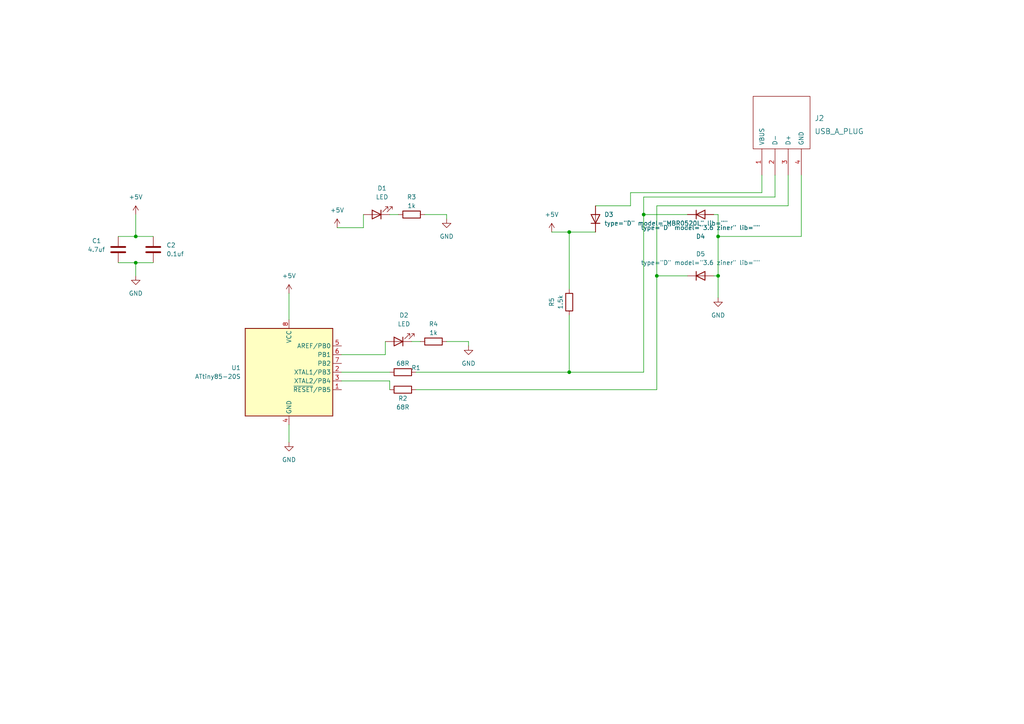
<source format=kicad_sch>
(kicad_sch (version 20211123) (generator eeschema)

  (uuid 55992e35-fe7b-468a-9b7a-1e4dc931b904)

  (paper "A4")

  (lib_symbols
    (symbol "Device:C" (pin_numbers hide) (pin_names (offset 0.254)) (in_bom yes) (on_board yes)
      (property "Reference" "C" (id 0) (at 0.635 2.54 0)
        (effects (font (size 1.27 1.27)) (justify left))
      )
      (property "Value" "C" (id 1) (at 0.635 -2.54 0)
        (effects (font (size 1.27 1.27)) (justify left))
      )
      (property "Footprint" "" (id 2) (at 0.9652 -3.81 0)
        (effects (font (size 1.27 1.27)) hide)
      )
      (property "Datasheet" "~" (id 3) (at 0 0 0)
        (effects (font (size 1.27 1.27)) hide)
      )
      (property "ki_keywords" "cap capacitor" (id 4) (at 0 0 0)
        (effects (font (size 1.27 1.27)) hide)
      )
      (property "ki_description" "Unpolarized capacitor" (id 5) (at 0 0 0)
        (effects (font (size 1.27 1.27)) hide)
      )
      (property "ki_fp_filters" "C_*" (id 6) (at 0 0 0)
        (effects (font (size 1.27 1.27)) hide)
      )
      (symbol "C_0_1"
        (polyline
          (pts
            (xy -2.032 -0.762)
            (xy 2.032 -0.762)
          )
          (stroke (width 0.508) (type default) (color 0 0 0 0))
          (fill (type none))
        )
        (polyline
          (pts
            (xy -2.032 0.762)
            (xy 2.032 0.762)
          )
          (stroke (width 0.508) (type default) (color 0 0 0 0))
          (fill (type none))
        )
      )
      (symbol "C_1_1"
        (pin passive line (at 0 3.81 270) (length 2.794)
          (name "~" (effects (font (size 1.27 1.27))))
          (number "1" (effects (font (size 1.27 1.27))))
        )
        (pin passive line (at 0 -3.81 90) (length 2.794)
          (name "~" (effects (font (size 1.27 1.27))))
          (number "2" (effects (font (size 1.27 1.27))))
        )
      )
    )
    (symbol "Device:LED" (pin_numbers hide) (pin_names (offset 1.016) hide) (in_bom yes) (on_board yes)
      (property "Reference" "D" (id 0) (at 0 2.54 0)
        (effects (font (size 1.27 1.27)))
      )
      (property "Value" "LED" (id 1) (at 0 -2.54 0)
        (effects (font (size 1.27 1.27)))
      )
      (property "Footprint" "" (id 2) (at 0 0 0)
        (effects (font (size 1.27 1.27)) hide)
      )
      (property "Datasheet" "~" (id 3) (at 0 0 0)
        (effects (font (size 1.27 1.27)) hide)
      )
      (property "ki_keywords" "LED diode" (id 4) (at 0 0 0)
        (effects (font (size 1.27 1.27)) hide)
      )
      (property "ki_description" "Light emitting diode" (id 5) (at 0 0 0)
        (effects (font (size 1.27 1.27)) hide)
      )
      (property "ki_fp_filters" "LED* LED_SMD:* LED_THT:*" (id 6) (at 0 0 0)
        (effects (font (size 1.27 1.27)) hide)
      )
      (symbol "LED_0_1"
        (polyline
          (pts
            (xy -1.27 -1.27)
            (xy -1.27 1.27)
          )
          (stroke (width 0.254) (type default) (color 0 0 0 0))
          (fill (type none))
        )
        (polyline
          (pts
            (xy -1.27 0)
            (xy 1.27 0)
          )
          (stroke (width 0) (type default) (color 0 0 0 0))
          (fill (type none))
        )
        (polyline
          (pts
            (xy 1.27 -1.27)
            (xy 1.27 1.27)
            (xy -1.27 0)
            (xy 1.27 -1.27)
          )
          (stroke (width 0.254) (type default) (color 0 0 0 0))
          (fill (type none))
        )
        (polyline
          (pts
            (xy -3.048 -0.762)
            (xy -4.572 -2.286)
            (xy -3.81 -2.286)
            (xy -4.572 -2.286)
            (xy -4.572 -1.524)
          )
          (stroke (width 0) (type default) (color 0 0 0 0))
          (fill (type none))
        )
        (polyline
          (pts
            (xy -1.778 -0.762)
            (xy -3.302 -2.286)
            (xy -2.54 -2.286)
            (xy -3.302 -2.286)
            (xy -3.302 -1.524)
          )
          (stroke (width 0) (type default) (color 0 0 0 0))
          (fill (type none))
        )
      )
      (symbol "LED_1_1"
        (pin passive line (at -3.81 0 0) (length 2.54)
          (name "K" (effects (font (size 1.27 1.27))))
          (number "1" (effects (font (size 1.27 1.27))))
        )
        (pin passive line (at 3.81 0 180) (length 2.54)
          (name "A" (effects (font (size 1.27 1.27))))
          (number "2" (effects (font (size 1.27 1.27))))
        )
      )
    )
    (symbol "Device:R" (pin_numbers hide) (pin_names (offset 0)) (in_bom yes) (on_board yes)
      (property "Reference" "R" (id 0) (at 2.032 0 90)
        (effects (font (size 1.27 1.27)))
      )
      (property "Value" "R" (id 1) (at 0 0 90)
        (effects (font (size 1.27 1.27)))
      )
      (property "Footprint" "" (id 2) (at -1.778 0 90)
        (effects (font (size 1.27 1.27)) hide)
      )
      (property "Datasheet" "~" (id 3) (at 0 0 0)
        (effects (font (size 1.27 1.27)) hide)
      )
      (property "ki_keywords" "R res resistor" (id 4) (at 0 0 0)
        (effects (font (size 1.27 1.27)) hide)
      )
      (property "ki_description" "Resistor" (id 5) (at 0 0 0)
        (effects (font (size 1.27 1.27)) hide)
      )
      (property "ki_fp_filters" "R_*" (id 6) (at 0 0 0)
        (effects (font (size 1.27 1.27)) hide)
      )
      (symbol "R_0_1"
        (rectangle (start -1.016 -2.54) (end 1.016 2.54)
          (stroke (width 0.254) (type default) (color 0 0 0 0))
          (fill (type none))
        )
      )
      (symbol "R_1_1"
        (pin passive line (at 0 3.81 270) (length 1.27)
          (name "~" (effects (font (size 1.27 1.27))))
          (number "1" (effects (font (size 1.27 1.27))))
        )
        (pin passive line (at 0 -3.81 90) (length 1.27)
          (name "~" (effects (font (size 1.27 1.27))))
          (number "2" (effects (font (size 1.27 1.27))))
        )
      )
    )
    (symbol "MCU_Microchip_ATtiny:ATtiny85-20S" (in_bom yes) (on_board yes)
      (property "Reference" "U" (id 0) (at -12.7 13.97 0)
        (effects (font (size 1.27 1.27)) (justify left bottom))
      )
      (property "Value" "ATtiny85-20S" (id 1) (at 2.54 -13.97 0)
        (effects (font (size 1.27 1.27)) (justify left top))
      )
      (property "Footprint" "Package_SO:SOIC-8W_5.3x5.3mm_P1.27mm" (id 2) (at 0 0 0)
        (effects (font (size 1.27 1.27) italic) hide)
      )
      (property "Datasheet" "http://ww1.microchip.com/downloads/en/DeviceDoc/atmel-2586-avr-8-bit-microcontroller-attiny25-attiny45-attiny85_datasheet.pdf" (id 3) (at 0 0 0)
        (effects (font (size 1.27 1.27)) hide)
      )
      (property "ki_keywords" "AVR 8bit Microcontroller tinyAVR" (id 4) (at 0 0 0)
        (effects (font (size 1.27 1.27)) hide)
      )
      (property "ki_description" "20MHz, 8kB Flash, 512B SRAM, 512B EEPROM, debugWIRE, SOIC-8W" (id 5) (at 0 0 0)
        (effects (font (size 1.27 1.27)) hide)
      )
      (property "ki_fp_filters" "SOIC*5.3x5.3mm*P1.27mm*" (id 6) (at 0 0 0)
        (effects (font (size 1.27 1.27)) hide)
      )
      (symbol "ATtiny85-20S_0_1"
        (rectangle (start -12.7 -12.7) (end 12.7 12.7)
          (stroke (width 0.254) (type default) (color 0 0 0 0))
          (fill (type background))
        )
      )
      (symbol "ATtiny85-20S_1_1"
        (pin bidirectional line (at 15.24 -5.08 180) (length 2.54)
          (name "~{RESET}/PB5" (effects (font (size 1.27 1.27))))
          (number "1" (effects (font (size 1.27 1.27))))
        )
        (pin bidirectional line (at 15.24 0 180) (length 2.54)
          (name "XTAL1/PB3" (effects (font (size 1.27 1.27))))
          (number "2" (effects (font (size 1.27 1.27))))
        )
        (pin bidirectional line (at 15.24 -2.54 180) (length 2.54)
          (name "XTAL2/PB4" (effects (font (size 1.27 1.27))))
          (number "3" (effects (font (size 1.27 1.27))))
        )
        (pin power_in line (at 0 -15.24 90) (length 2.54)
          (name "GND" (effects (font (size 1.27 1.27))))
          (number "4" (effects (font (size 1.27 1.27))))
        )
        (pin bidirectional line (at 15.24 7.62 180) (length 2.54)
          (name "AREF/PB0" (effects (font (size 1.27 1.27))))
          (number "5" (effects (font (size 1.27 1.27))))
        )
        (pin bidirectional line (at 15.24 5.08 180) (length 2.54)
          (name "PB1" (effects (font (size 1.27 1.27))))
          (number "6" (effects (font (size 1.27 1.27))))
        )
        (pin bidirectional line (at 15.24 2.54 180) (length 2.54)
          (name "PB2" (effects (font (size 1.27 1.27))))
          (number "7" (effects (font (size 1.27 1.27))))
        )
        (pin power_in line (at 0 15.24 270) (length 2.54)
          (name "VCC" (effects (font (size 1.27 1.27))))
          (number "8" (effects (font (size 1.27 1.27))))
        )
      )
    )
    (symbol "Simulation_SPICE:DIODE" (pin_numbers hide) (pin_names (offset 1.016) hide) (in_bom yes) (on_board yes)
      (property "Reference" "D" (id 0) (at 0 2.54 0)
        (effects (font (size 1.27 1.27)))
      )
      (property "Value" "DIODE" (id 1) (at 0 -2.54 0)
        (effects (font (size 1.27 1.27)))
      )
      (property "Footprint" "" (id 2) (at 0 0 0)
        (effects (font (size 1.27 1.27)) hide)
      )
      (property "Datasheet" "~" (id 3) (at 0 0 0)
        (effects (font (size 1.27 1.27)) hide)
      )
      (property "Spice_Netlist_Enabled" "Y" (id 4) (at 0 0 0)
        (effects (font (size 1.27 1.27)) (justify left) hide)
      )
      (property "Spice_Primitive" "D" (id 5) (at 0 0 0)
        (effects (font (size 1.27 1.27)) (justify left) hide)
      )
      (property "ki_keywords" "simulation" (id 6) (at 0 0 0)
        (effects (font (size 1.27 1.27)) hide)
      )
      (property "ki_description" "Diode, anode on pin 1, for simulation only!" (id 7) (at 0 0 0)
        (effects (font (size 1.27 1.27)) hide)
      )
      (symbol "DIODE_0_1"
        (polyline
          (pts
            (xy 1.27 0)
            (xy -1.27 0)
          )
          (stroke (width 0) (type default) (color 0 0 0 0))
          (fill (type none))
        )
        (polyline
          (pts
            (xy 1.27 1.27)
            (xy 1.27 -1.27)
          )
          (stroke (width 0.254) (type default) (color 0 0 0 0))
          (fill (type none))
        )
        (polyline
          (pts
            (xy -1.27 -1.27)
            (xy -1.27 1.27)
            (xy 1.27 0)
            (xy -1.27 -1.27)
          )
          (stroke (width 0.254) (type default) (color 0 0 0 0))
          (fill (type none))
        )
      )
      (symbol "DIODE_1_1"
        (pin passive line (at -3.81 0 0) (length 2.54)
          (name "A" (effects (font (size 1.27 1.27))))
          (number "1" (effects (font (size 1.27 1.27))))
        )
        (pin passive line (at 3.81 0 180) (length 2.54)
          (name "K" (effects (font (size 1.27 1.27))))
          (number "2" (effects (font (size 1.27 1.27))))
        )
      )
    )
    (symbol "armory:USB_A_PLUG" (pin_names (offset 1.016)) (in_bom yes) (on_board yes)
      (property "Reference" "J" (id 0) (at 0 0 0)
        (effects (font (size 1.524 1.524)))
      )
      (property "Value" "USB_A_PLUG" (id 1) (at 0 2.54 0)
        (effects (font (size 1.524 1.524)))
      )
      (property "Footprint" "" (id 2) (at 0 0 0)
        (effects (font (size 1.524 1.524)))
      )
      (property "Datasheet" "" (id 3) (at 0 0 0)
        (effects (font (size 1.524 1.524)))
      )
      (symbol "USB_A_PLUG_0_1"
        (rectangle (start -7.62 5.08) (end 8.89 -10.16)
          (stroke (width 0) (type default) (color 0 0 0 0))
          (fill (type none))
        )
      )
      (symbol "USB_A_PLUG_1_1"
        (pin power_out line (at -5.08 -17.78 90) (length 7.62)
          (name "VBUS" (effects (font (size 1.27 1.27))))
          (number "1" (effects (font (size 1.27 1.27))))
        )
        (pin bidirectional line (at -1.27 -17.78 90) (length 7.62)
          (name "D-" (effects (font (size 1.27 1.27))))
          (number "2" (effects (font (size 1.27 1.27))))
        )
        (pin bidirectional line (at 2.54 -17.78 90) (length 7.62)
          (name "D+" (effects (font (size 1.27 1.27))))
          (number "3" (effects (font (size 1.27 1.27))))
        )
        (pin power_out line (at 6.35 -17.78 90) (length 7.62)
          (name "GND" (effects (font (size 1.27 1.27))))
          (number "4" (effects (font (size 1.27 1.27))))
        )
      )
    )
    (symbol "power:+5V" (power) (pin_names (offset 0)) (in_bom yes) (on_board yes)
      (property "Reference" "#PWR" (id 0) (at 0 -3.81 0)
        (effects (font (size 1.27 1.27)) hide)
      )
      (property "Value" "+5V" (id 1) (at 0 3.556 0)
        (effects (font (size 1.27 1.27)))
      )
      (property "Footprint" "" (id 2) (at 0 0 0)
        (effects (font (size 1.27 1.27)) hide)
      )
      (property "Datasheet" "" (id 3) (at 0 0 0)
        (effects (font (size 1.27 1.27)) hide)
      )
      (property "ki_keywords" "power-flag" (id 4) (at 0 0 0)
        (effects (font (size 1.27 1.27)) hide)
      )
      (property "ki_description" "Power symbol creates a global label with name \"+5V\"" (id 5) (at 0 0 0)
        (effects (font (size 1.27 1.27)) hide)
      )
      (symbol "+5V_0_1"
        (polyline
          (pts
            (xy -0.762 1.27)
            (xy 0 2.54)
          )
          (stroke (width 0) (type default) (color 0 0 0 0))
          (fill (type none))
        )
        (polyline
          (pts
            (xy 0 0)
            (xy 0 2.54)
          )
          (stroke (width 0) (type default) (color 0 0 0 0))
          (fill (type none))
        )
        (polyline
          (pts
            (xy 0 2.54)
            (xy 0.762 1.27)
          )
          (stroke (width 0) (type default) (color 0 0 0 0))
          (fill (type none))
        )
      )
      (symbol "+5V_1_1"
        (pin power_in line (at 0 0 90) (length 0) hide
          (name "+5V" (effects (font (size 1.27 1.27))))
          (number "1" (effects (font (size 1.27 1.27))))
        )
      )
    )
    (symbol "power:GND" (power) (pin_names (offset 0)) (in_bom yes) (on_board yes)
      (property "Reference" "#PWR" (id 0) (at 0 -6.35 0)
        (effects (font (size 1.27 1.27)) hide)
      )
      (property "Value" "GND" (id 1) (at 0 -3.81 0)
        (effects (font (size 1.27 1.27)))
      )
      (property "Footprint" "" (id 2) (at 0 0 0)
        (effects (font (size 1.27 1.27)) hide)
      )
      (property "Datasheet" "" (id 3) (at 0 0 0)
        (effects (font (size 1.27 1.27)) hide)
      )
      (property "ki_keywords" "power-flag" (id 4) (at 0 0 0)
        (effects (font (size 1.27 1.27)) hide)
      )
      (property "ki_description" "Power symbol creates a global label with name \"GND\" , ground" (id 5) (at 0 0 0)
        (effects (font (size 1.27 1.27)) hide)
      )
      (symbol "GND_0_1"
        (polyline
          (pts
            (xy 0 0)
            (xy 0 -1.27)
            (xy 1.27 -1.27)
            (xy 0 -2.54)
            (xy -1.27 -1.27)
            (xy 0 -1.27)
          )
          (stroke (width 0) (type default) (color 0 0 0 0))
          (fill (type none))
        )
      )
      (symbol "GND_1_1"
        (pin power_in line (at 0 0 270) (length 0) hide
          (name "GND" (effects (font (size 1.27 1.27))))
          (number "1" (effects (font (size 1.27 1.27))))
        )
      )
    )
  )

  (junction (at 39.37 68.58) (diameter 0) (color 0 0 0 0)
    (uuid 1043c7c7-45da-49b1-8c79-9e93872455d5)
  )
  (junction (at 165.1 67.31) (diameter 0) (color 0 0 0 0)
    (uuid 3cbe9e9f-5291-489f-bc09-a28d2cd05d3e)
  )
  (junction (at 186.69 62.23) (diameter 0) (color 0 0 0 0)
    (uuid 4bc54f3c-a34e-43f9-aeae-84e138c58399)
  )
  (junction (at 165.1 107.95) (diameter 0) (color 0 0 0 0)
    (uuid 8de04f54-872e-4fe0-91d1-2be330b55134)
  )
  (junction (at 190.5 80.01) (diameter 0) (color 0 0 0 0)
    (uuid ae2b6fc6-5da8-44e2-898f-37b762865e2d)
  )
  (junction (at 208.28 80.01) (diameter 0) (color 0 0 0 0)
    (uuid d0facb29-4faf-4b03-b2ea-7fc9ec96aba8)
  )
  (junction (at 39.37 76.2) (diameter 0) (color 0 0 0 0)
    (uuid d4670563-ee4e-4faa-a161-bfd39d53c98e)
  )
  (junction (at 208.28 68.58) (diameter 0) (color 0 0 0 0)
    (uuid ef3115c4-23ab-4f71-a4e9-698c2541e1bf)
  )

  (wire (pts (xy 83.82 123.19) (xy 83.82 128.27))
    (stroke (width 0) (type default) (color 0 0 0 0))
    (uuid 032bc7e1-c2f3-43ec-a50b-62c3f8b27d37)
  )
  (wire (pts (xy 224.79 57.15) (xy 186.69 57.15))
    (stroke (width 0) (type default) (color 0 0 0 0))
    (uuid 0374ad91-b215-4fae-ba3c-0c7b8ba2f603)
  )
  (wire (pts (xy 113.03 62.23) (xy 115.57 62.23))
    (stroke (width 0) (type default) (color 0 0 0 0))
    (uuid 0462e60f-fba1-47fa-9ae5-60091bc3f318)
  )
  (wire (pts (xy 105.41 62.23) (xy 105.41 66.04))
    (stroke (width 0) (type default) (color 0 0 0 0))
    (uuid 072ce1dd-a84a-4540-9fca-b3ef5b646541)
  )
  (wire (pts (xy 135.89 99.06) (xy 129.54 99.06))
    (stroke (width 0) (type default) (color 0 0 0 0))
    (uuid 08a410a5-2ab5-43c0-95d1-0c0c29655c75)
  )
  (wire (pts (xy 39.37 68.58) (xy 44.45 68.58))
    (stroke (width 0) (type default) (color 0 0 0 0))
    (uuid 105ce6fd-d55f-4ca9-b290-b9c3dab9f641)
  )
  (wire (pts (xy 186.69 62.23) (xy 186.69 107.95))
    (stroke (width 0) (type default) (color 0 0 0 0))
    (uuid 17525194-36cc-462f-a541-dc26cdbef556)
  )
  (wire (pts (xy 39.37 76.2) (xy 39.37 80.01))
    (stroke (width 0) (type default) (color 0 0 0 0))
    (uuid 1fb4c53b-e142-4ca9-b5ba-d789b191f0f2)
  )
  (wire (pts (xy 39.37 62.23) (xy 39.37 68.58))
    (stroke (width 0) (type default) (color 0 0 0 0))
    (uuid 25ee0856-4bb8-4ade-ae7c-69424b17e1a7)
  )
  (wire (pts (xy 129.54 62.23) (xy 123.19 62.23))
    (stroke (width 0) (type default) (color 0 0 0 0))
    (uuid 28d166cf-af30-465f-a2b5-6433d84b5373)
  )
  (wire (pts (xy 83.82 85.09) (xy 83.82 92.71))
    (stroke (width 0) (type default) (color 0 0 0 0))
    (uuid 29241688-c31d-45bb-b3bc-c1dcaecbb167)
  )
  (wire (pts (xy 220.98 50.8) (xy 220.98 55.88))
    (stroke (width 0) (type default) (color 0 0 0 0))
    (uuid 41c54ed7-fbbc-4268-a080-dfd4a891b2be)
  )
  (wire (pts (xy 34.29 68.58) (xy 39.37 68.58))
    (stroke (width 0) (type default) (color 0 0 0 0))
    (uuid 423e41ef-b74d-4065-ad4d-ca6c302b626c)
  )
  (wire (pts (xy 208.28 80.01) (xy 208.28 86.36))
    (stroke (width 0) (type default) (color 0 0 0 0))
    (uuid 454cee0f-351c-40e1-8c42-27aade89883d)
  )
  (wire (pts (xy 208.28 80.01) (xy 207.01 80.01))
    (stroke (width 0) (type default) (color 0 0 0 0))
    (uuid 46b39a1e-4cd5-4ee6-9351-536b258930d0)
  )
  (wire (pts (xy 232.41 50.8) (xy 232.41 68.58))
    (stroke (width 0) (type default) (color 0 0 0 0))
    (uuid 4bd4cc27-8e6b-4626-95f2-16db0f78fd3b)
  )
  (wire (pts (xy 186.69 62.23) (xy 199.39 62.23))
    (stroke (width 0) (type default) (color 0 0 0 0))
    (uuid 4fdd6108-e419-4965-8dec-b81d96b10a80)
  )
  (wire (pts (xy 39.37 76.2) (xy 44.45 76.2))
    (stroke (width 0) (type default) (color 0 0 0 0))
    (uuid 54e9e5d6-d444-4d38-a916-7bbb1f6c3763)
  )
  (wire (pts (xy 99.06 102.87) (xy 111.76 102.87))
    (stroke (width 0) (type default) (color 0 0 0 0))
    (uuid 5a2865a3-13c2-4584-8840-545b61d0ad65)
  )
  (wire (pts (xy 165.1 107.95) (xy 120.65 107.95))
    (stroke (width 0) (type default) (color 0 0 0 0))
    (uuid 5a6680ba-67f2-49e2-8417-00fbb317e4f5)
  )
  (wire (pts (xy 182.88 59.69) (xy 182.88 55.88))
    (stroke (width 0) (type default) (color 0 0 0 0))
    (uuid 5b8c4e80-65c5-4ca7-81d4-e4a28c108038)
  )
  (wire (pts (xy 186.69 57.15) (xy 186.69 62.23))
    (stroke (width 0) (type default) (color 0 0 0 0))
    (uuid 5c120615-7b34-4376-98c4-994ae5b3b131)
  )
  (wire (pts (xy 99.06 110.49) (xy 113.03 110.49))
    (stroke (width 0) (type default) (color 0 0 0 0))
    (uuid 6654fef9-5213-4880-89d1-278362c6ab0f)
  )
  (wire (pts (xy 119.38 99.06) (xy 121.92 99.06))
    (stroke (width 0) (type default) (color 0 0 0 0))
    (uuid 66a98115-1770-4bdf-8ea8-c7ce45f156eb)
  )
  (wire (pts (xy 208.28 62.23) (xy 208.28 68.58))
    (stroke (width 0) (type default) (color 0 0 0 0))
    (uuid 86e8ba2a-abe9-4ece-bcd3-26e1550e07f7)
  )
  (wire (pts (xy 186.69 107.95) (xy 165.1 107.95))
    (stroke (width 0) (type default) (color 0 0 0 0))
    (uuid 89f848aa-978e-41a3-acc6-abb4397f69a8)
  )
  (wire (pts (xy 228.6 59.69) (xy 190.5 59.69))
    (stroke (width 0) (type default) (color 0 0 0 0))
    (uuid 8a543a22-3f2e-4ef6-80ac-9ac69fbe4cf3)
  )
  (wire (pts (xy 172.72 59.69) (xy 182.88 59.69))
    (stroke (width 0) (type default) (color 0 0 0 0))
    (uuid 98429923-34e4-42e7-a465-7cb5e535aa14)
  )
  (wire (pts (xy 97.79 66.04) (xy 105.41 66.04))
    (stroke (width 0) (type default) (color 0 0 0 0))
    (uuid 9843602a-4f07-4326-8ccd-c3ba603f4d51)
  )
  (wire (pts (xy 228.6 50.8) (xy 228.6 59.69))
    (stroke (width 0) (type default) (color 0 0 0 0))
    (uuid a45442c0-9d21-4a39-a146-5bb8a82144a3)
  )
  (wire (pts (xy 113.03 110.49) (xy 113.03 113.03))
    (stroke (width 0) (type default) (color 0 0 0 0))
    (uuid acebac2e-9b50-40e2-829a-656f95620549)
  )
  (wire (pts (xy 111.76 99.06) (xy 111.76 102.87))
    (stroke (width 0) (type default) (color 0 0 0 0))
    (uuid afb027c7-790b-4fe9-a4e8-47e9ed66e694)
  )
  (wire (pts (xy 135.89 100.33) (xy 135.89 99.06))
    (stroke (width 0) (type default) (color 0 0 0 0))
    (uuid b1133c1f-a1d0-41f5-abf6-837f50722d8b)
  )
  (wire (pts (xy 165.1 67.31) (xy 165.1 83.82))
    (stroke (width 0) (type default) (color 0 0 0 0))
    (uuid b3d899dc-a9f7-4753-8390-745856ca9a17)
  )
  (wire (pts (xy 207.01 62.23) (xy 208.28 62.23))
    (stroke (width 0) (type default) (color 0 0 0 0))
    (uuid bc9764bb-b3c3-47ad-823c-092bbc0e8484)
  )
  (wire (pts (xy 165.1 67.31) (xy 172.72 67.31))
    (stroke (width 0) (type default) (color 0 0 0 0))
    (uuid bd2b0b89-077e-4ec5-9357-f07b3b64636e)
  )
  (wire (pts (xy 190.5 59.69) (xy 190.5 80.01))
    (stroke (width 0) (type default) (color 0 0 0 0))
    (uuid bdf99f21-7344-4f0b-806c-471f3aeb7c38)
  )
  (wire (pts (xy 190.5 80.01) (xy 190.5 113.03))
    (stroke (width 0) (type default) (color 0 0 0 0))
    (uuid be68a5b0-011e-4f56-9ffe-35ef9d906d97)
  )
  (wire (pts (xy 182.88 55.88) (xy 220.98 55.88))
    (stroke (width 0) (type default) (color 0 0 0 0))
    (uuid c2a900ce-1783-4342-ad17-a9a62244c49c)
  )
  (wire (pts (xy 232.41 68.58) (xy 208.28 68.58))
    (stroke (width 0) (type default) (color 0 0 0 0))
    (uuid c5dde945-ca17-406b-b439-8089fa836ec9)
  )
  (wire (pts (xy 224.79 50.8) (xy 224.79 57.15))
    (stroke (width 0) (type default) (color 0 0 0 0))
    (uuid ca5ad450-3902-481b-90b6-83da54a5772d)
  )
  (wire (pts (xy 208.28 68.58) (xy 208.28 80.01))
    (stroke (width 0) (type default) (color 0 0 0 0))
    (uuid d89ccf02-073e-45c7-b3c4-2fcf6c3ad832)
  )
  (wire (pts (xy 165.1 91.44) (xy 165.1 107.95))
    (stroke (width 0) (type default) (color 0 0 0 0))
    (uuid dc85d04a-d6dd-463e-bb89-b26a1ef6561b)
  )
  (wire (pts (xy 190.5 113.03) (xy 120.65 113.03))
    (stroke (width 0) (type default) (color 0 0 0 0))
    (uuid e199ed72-6b3b-4ec7-a4ea-7a28131416d7)
  )
  (wire (pts (xy 190.5 80.01) (xy 199.39 80.01))
    (stroke (width 0) (type default) (color 0 0 0 0))
    (uuid ebb94e74-f6c1-4d36-9b46-67a2d283d7a4)
  )
  (wire (pts (xy 99.06 107.95) (xy 113.03 107.95))
    (stroke (width 0) (type default) (color 0 0 0 0))
    (uuid f5cfccc3-db99-46dc-8940-89725fdc4aab)
  )
  (wire (pts (xy 34.29 76.2) (xy 39.37 76.2))
    (stroke (width 0) (type default) (color 0 0 0 0))
    (uuid f9d0b3fa-efb7-4be3-ae92-bc47608a138f)
  )
  (wire (pts (xy 129.54 63.5) (xy 129.54 62.23))
    (stroke (width 0) (type default) (color 0 0 0 0))
    (uuid fa20d9cf-4339-4619-aad5-9092fcc4044c)
  )
  (wire (pts (xy 160.02 67.31) (xy 165.1 67.31))
    (stroke (width 0) (type default) (color 0 0 0 0))
    (uuid fe2b0eb4-ef2f-498d-8e5e-5458d5bad005)
  )

  (symbol (lib_id "power:GND") (at 208.28 86.36 0) (unit 1)
    (in_bom yes) (on_board yes) (fields_autoplaced)
    (uuid 0f16b334-7fe8-4a58-986d-c4db704435a6)
    (property "Reference" "#PWR09" (id 0) (at 208.28 92.71 0)
      (effects (font (size 1.27 1.27)) hide)
    )
    (property "Value" "GND" (id 1) (at 208.28 91.44 0))
    (property "Footprint" "" (id 2) (at 208.28 86.36 0)
      (effects (font (size 1.27 1.27)) hide)
    )
    (property "Datasheet" "" (id 3) (at 208.28 86.36 0)
      (effects (font (size 1.27 1.27)) hide)
    )
    (pin "1" (uuid cb1aa401-28df-4653-8004-772943ebdea2))
  )

  (symbol (lib_id "power:GND") (at 135.89 100.33 0) (unit 1)
    (in_bom yes) (on_board yes) (fields_autoplaced)
    (uuid 1889ba51-db99-4b31-9ee1-20c74ef77515)
    (property "Reference" "#PWR07" (id 0) (at 135.89 106.68 0)
      (effects (font (size 1.27 1.27)) hide)
    )
    (property "Value" "GND" (id 1) (at 135.89 105.41 0))
    (property "Footprint" "" (id 2) (at 135.89 100.33 0)
      (effects (font (size 1.27 1.27)) hide)
    )
    (property "Datasheet" "" (id 3) (at 135.89 100.33 0)
      (effects (font (size 1.27 1.27)) hide)
    )
    (pin "1" (uuid 9c3462aa-7058-48a1-8b31-c6b6217c9898))
  )

  (symbol (lib_id "power:+5V") (at 39.37 62.23 0) (unit 1)
    (in_bom yes) (on_board yes) (fields_autoplaced)
    (uuid 190cdc65-7568-4cf6-b99c-d899e63bcb44)
    (property "Reference" "#PWR01" (id 0) (at 39.37 66.04 0)
      (effects (font (size 1.27 1.27)) hide)
    )
    (property "Value" "+5V" (id 1) (at 39.37 57.15 0))
    (property "Footprint" "" (id 2) (at 39.37 62.23 0)
      (effects (font (size 1.27 1.27)) hide)
    )
    (property "Datasheet" "" (id 3) (at 39.37 62.23 0)
      (effects (font (size 1.27 1.27)) hide)
    )
    (pin "1" (uuid 5bbe8d8e-e06c-4611-bc14-daf34b6f484f))
  )

  (symbol (lib_id "Device:R") (at 165.1 87.63 180) (unit 1)
    (in_bom yes) (on_board yes)
    (uuid 315c9ca5-e05c-44bb-9d88-30d1f8620bc4)
    (property "Reference" "R5" (id 0) (at 160.02 87.63 90))
    (property "Value" "1.5k" (id 1) (at 162.56 87.63 90))
    (property "Footprint" "Resistor_SMD:R_0603_1608Metric_Pad0.98x0.95mm_HandSolder" (id 2) (at 166.878 87.63 90)
      (effects (font (size 1.27 1.27)) hide)
    )
    (property "Datasheet" "~" (id 3) (at 165.1 87.63 0)
      (effects (font (size 1.27 1.27)) hide)
    )
    (pin "1" (uuid 71d47423-d267-42af-80bd-ffc3f47b6a00))
    (pin "2" (uuid 7e839544-5716-4184-9a53-7e83ce79988f))
  )

  (symbol (lib_id "Device:R") (at 119.38 62.23 90) (unit 1)
    (in_bom yes) (on_board yes)
    (uuid 546dd519-3e9b-4b70-8baa-a5bf0c389872)
    (property "Reference" "R3" (id 0) (at 119.38 57.15 90))
    (property "Value" "1k" (id 1) (at 119.38 59.69 90))
    (property "Footprint" "Resistor_SMD:R_0603_1608Metric_Pad0.98x0.95mm_HandSolder" (id 2) (at 119.38 64.008 90)
      (effects (font (size 1.27 1.27)) hide)
    )
    (property "Datasheet" "~" (id 3) (at 119.38 62.23 0)
      (effects (font (size 1.27 1.27)) hide)
    )
    (pin "1" (uuid 4b3cfa1b-2646-4b7a-80e9-e464698178a2))
    (pin "2" (uuid 48603844-22f0-4944-a35f-58bd288c1664))
  )

  (symbol (lib_id "Device:R") (at 116.84 113.03 90) (unit 1)
    (in_bom yes) (on_board yes)
    (uuid 54d0f5a8-79c5-4a48-8c92-2f0616699803)
    (property "Reference" "R2" (id 0) (at 116.84 115.57 90))
    (property "Value" "68R" (id 1) (at 116.84 118.11 90))
    (property "Footprint" "Resistor_SMD:R_0603_1608Metric_Pad0.98x0.95mm_HandSolder" (id 2) (at 116.84 114.808 90)
      (effects (font (size 1.27 1.27)) hide)
    )
    (property "Datasheet" "~" (id 3) (at 116.84 113.03 0)
      (effects (font (size 1.27 1.27)) hide)
    )
    (pin "1" (uuid 23338234-9a73-476d-acd2-8c17da107c4b))
    (pin "2" (uuid d7f4e599-99fa-467f-b886-7482beb570bf))
  )

  (symbol (lib_id "power:GND") (at 129.54 63.5 0) (unit 1)
    (in_bom yes) (on_board yes) (fields_autoplaced)
    (uuid 565f8f86-42d5-4f1e-9142-8d719c787d5c)
    (property "Reference" "#PWR06" (id 0) (at 129.54 69.85 0)
      (effects (font (size 1.27 1.27)) hide)
    )
    (property "Value" "GND" (id 1) (at 129.54 68.58 0))
    (property "Footprint" "" (id 2) (at 129.54 63.5 0)
      (effects (font (size 1.27 1.27)) hide)
    )
    (property "Datasheet" "" (id 3) (at 129.54 63.5 0)
      (effects (font (size 1.27 1.27)) hide)
    )
    (pin "1" (uuid 83a4995d-5f0f-4e6b-9309-02b46a97a3a4))
  )

  (symbol (lib_id "Device:LED") (at 115.57 99.06 180) (unit 1)
    (in_bom yes) (on_board yes) (fields_autoplaced)
    (uuid 59c4824a-ae1a-4fd0-b4ff-eae76325ec0c)
    (property "Reference" "D2" (id 0) (at 117.1575 91.44 0))
    (property "Value" "LED" (id 1) (at 117.1575 93.98 0))
    (property "Footprint" "LED_SMD:LED_0603_1608Metric_Pad1.05x0.95mm_HandSolder" (id 2) (at 115.57 99.06 0)
      (effects (font (size 1.27 1.27)) hide)
    )
    (property "Datasheet" "~" (id 3) (at 115.57 99.06 0)
      (effects (font (size 1.27 1.27)) hide)
    )
    (pin "1" (uuid a3c42e0b-768f-405f-86a7-7941c65528bd))
    (pin "2" (uuid 89dd35bb-6e5e-4e5c-b4ba-3f1d22883e67))
  )

  (symbol (lib_id "power:+5V") (at 83.82 85.09 0) (unit 1)
    (in_bom yes) (on_board yes) (fields_autoplaced)
    (uuid 7e04f67e-804f-4f65-84d2-53116c393f1f)
    (property "Reference" "#PWR03" (id 0) (at 83.82 88.9 0)
      (effects (font (size 1.27 1.27)) hide)
    )
    (property "Value" "+5V" (id 1) (at 83.82 80.01 0))
    (property "Footprint" "" (id 2) (at 83.82 85.09 0)
      (effects (font (size 1.27 1.27)) hide)
    )
    (property "Datasheet" "" (id 3) (at 83.82 85.09 0)
      (effects (font (size 1.27 1.27)) hide)
    )
    (pin "1" (uuid 74781417-a2af-4454-b309-3cb340595c74))
  )

  (symbol (lib_id "power:+5V") (at 160.02 67.31 0) (unit 1)
    (in_bom yes) (on_board yes) (fields_autoplaced)
    (uuid 7faf465e-71b9-47fa-89a0-492be52e0954)
    (property "Reference" "#PWR08" (id 0) (at 160.02 71.12 0)
      (effects (font (size 1.27 1.27)) hide)
    )
    (property "Value" "+5V" (id 1) (at 160.02 62.23 0))
    (property "Footprint" "" (id 2) (at 160.02 67.31 0)
      (effects (font (size 1.27 1.27)) hide)
    )
    (property "Datasheet" "" (id 3) (at 160.02 67.31 0)
      (effects (font (size 1.27 1.27)) hide)
    )
    (pin "1" (uuid a9dd424d-5acb-4beb-b0ef-c6e718e25612))
  )

  (symbol (lib_id "MCU_Microchip_ATtiny:ATtiny85-20S") (at 83.82 107.95 0) (unit 1)
    (in_bom yes) (on_board yes) (fields_autoplaced)
    (uuid 83de2961-72bb-4b08-8c71-15c3d3493470)
    (property "Reference" "U1" (id 0) (at 69.85 106.6799 0)
      (effects (font (size 1.27 1.27)) (justify right))
    )
    (property "Value" "ATtiny85-20S" (id 1) (at 69.85 109.2199 0)
      (effects (font (size 1.27 1.27)) (justify right))
    )
    (property "Footprint" "Package_SO:SOIC-8W_5.3x5.3mm_P1.27mm" (id 2) (at 83.82 107.95 0)
      (effects (font (size 1.27 1.27) italic) hide)
    )
    (property "Datasheet" "http://ww1.microchip.com/downloads/en/DeviceDoc/atmel-2586-avr-8-bit-microcontroller-attiny25-attiny45-attiny85_datasheet.pdf" (id 3) (at 83.82 107.95 0)
      (effects (font (size 1.27 1.27)) hide)
    )
    (pin "1" (uuid c7c07c75-de36-486b-9b21-4257b18d71c5))
    (pin "2" (uuid 090a10a2-da4c-4bc7-a15e-189e5f92c1da))
    (pin "3" (uuid 429caee7-e34b-4aa6-aa15-e48b32e973e7))
    (pin "4" (uuid 5310ee60-823b-4ff4-a077-9fa0e4dc103d))
    (pin "5" (uuid b40c9ade-fa6b-4022-a797-d8db4f0e5986))
    (pin "6" (uuid b00e9892-899c-4c1b-a5fc-f5b90e6ec1e3))
    (pin "7" (uuid 4c4bc8c5-f382-47cc-a80f-9c0ecc198014))
    (pin "8" (uuid e95218f0-d2f1-4468-8af0-cc0b80bad831))
  )

  (symbol (lib_id "Device:R") (at 125.73 99.06 90) (unit 1)
    (in_bom yes) (on_board yes)
    (uuid 8bdc6ac1-13c1-43e0-9624-460d934267e2)
    (property "Reference" "R4" (id 0) (at 125.73 93.98 90))
    (property "Value" "1k" (id 1) (at 125.73 96.52 90))
    (property "Footprint" "Resistor_SMD:R_0603_1608Metric_Pad0.98x0.95mm_HandSolder" (id 2) (at 125.73 100.838 90)
      (effects (font (size 1.27 1.27)) hide)
    )
    (property "Datasheet" "~" (id 3) (at 125.73 99.06 0)
      (effects (font (size 1.27 1.27)) hide)
    )
    (pin "1" (uuid 2f3bb8a1-20a5-4eff-a33b-c5aa58b2e435))
    (pin "2" (uuid 4f84607c-dcaa-470c-b881-9541a1afdf8a))
  )

  (symbol (lib_id "power:GND") (at 39.37 80.01 0) (unit 1)
    (in_bom yes) (on_board yes) (fields_autoplaced)
    (uuid 988f7009-4fb3-489d-bdb1-11d164281e22)
    (property "Reference" "#PWR02" (id 0) (at 39.37 86.36 0)
      (effects (font (size 1.27 1.27)) hide)
    )
    (property "Value" "GND" (id 1) (at 39.37 85.09 0))
    (property "Footprint" "" (id 2) (at 39.37 80.01 0)
      (effects (font (size 1.27 1.27)) hide)
    )
    (property "Datasheet" "" (id 3) (at 39.37 80.01 0)
      (effects (font (size 1.27 1.27)) hide)
    )
    (pin "1" (uuid 9a247633-20de-408a-a800-b9060bf9b4ef))
  )

  (symbol (lib_id "power:GND") (at 83.82 128.27 0) (unit 1)
    (in_bom yes) (on_board yes) (fields_autoplaced)
    (uuid 98c43513-8860-41dc-a2f0-fdae0e69d69d)
    (property "Reference" "#PWR04" (id 0) (at 83.82 134.62 0)
      (effects (font (size 1.27 1.27)) hide)
    )
    (property "Value" "GND" (id 1) (at 83.82 133.35 0))
    (property "Footprint" "" (id 2) (at 83.82 128.27 0)
      (effects (font (size 1.27 1.27)) hide)
    )
    (property "Datasheet" "" (id 3) (at 83.82 128.27 0)
      (effects (font (size 1.27 1.27)) hide)
    )
    (pin "1" (uuid b6f5ed8b-a0b7-4478-ac63-10314998f35c))
  )

  (symbol (lib_id "Device:C") (at 44.45 72.39 0) (unit 1)
    (in_bom yes) (on_board yes) (fields_autoplaced)
    (uuid a3edf98d-14e9-436a-98c4-192509cefb43)
    (property "Reference" "C2" (id 0) (at 48.26 71.1199 0)
      (effects (font (size 1.27 1.27)) (justify left))
    )
    (property "Value" "0.1uf" (id 1) (at 48.26 73.6599 0)
      (effects (font (size 1.27 1.27)) (justify left))
    )
    (property "Footprint" "Capacitor_SMD:C_0603_1608Metric_Pad1.08x0.95mm_HandSolder" (id 2) (at 45.4152 76.2 0)
      (effects (font (size 1.27 1.27)) hide)
    )
    (property "Datasheet" "~" (id 3) (at 44.45 72.39 0)
      (effects (font (size 1.27 1.27)) hide)
    )
    (pin "1" (uuid cb3f2533-60ed-463d-a7f8-e2940af2f151))
    (pin "2" (uuid ef4ffdfe-2c9b-4d56-b112-fe42d6b6f704))
  )

  (symbol (lib_id "Device:R") (at 116.84 107.95 90) (unit 1)
    (in_bom yes) (on_board yes)
    (uuid a78c6fc2-fd9a-4d26-923b-3905c3587780)
    (property "Reference" "R1" (id 0) (at 120.65 106.68 90))
    (property "Value" "68R" (id 1) (at 116.84 105.41 90))
    (property "Footprint" "Resistor_SMD:R_0603_1608Metric_Pad0.98x0.95mm_HandSolder" (id 2) (at 116.84 109.728 90)
      (effects (font (size 1.27 1.27)) hide)
    )
    (property "Datasheet" "~" (id 3) (at 116.84 107.95 0)
      (effects (font (size 1.27 1.27)) hide)
    )
    (pin "1" (uuid 92f75546-a612-4c53-bf8b-10813cbe4575))
    (pin "2" (uuid 92d01065-7530-4e54-bf5c-371ba88d9464))
  )

  (symbol (lib_id "armory:USB_A_PLUG") (at 226.06 33.02 0) (unit 1)
    (in_bom yes) (on_board yes) (fields_autoplaced)
    (uuid ae7a8faa-d524-47df-9b3d-5300f09bf258)
    (property "Reference" "J2" (id 0) (at 236.22 34.29 0)
      (effects (font (size 1.524 1.524)) (justify left))
    )
    (property "Value" "USB_A_PLUG" (id 1) (at 236.22 38.1 0)
      (effects (font (size 1.524 1.524)) (justify left))
    )
    (property "Footprint" "connectors:usb-PCB" (id 2) (at 226.06 33.02 0)
      (effects (font (size 1.524 1.524)) hide)
    )
    (property "Datasheet" "" (id 3) (at 226.06 33.02 0)
      (effects (font (size 1.524 1.524)))
    )
    (pin "1" (uuid 3896d8e3-13c4-4e01-a766-927ff0202f2b))
    (pin "2" (uuid 98eaf7ef-ce20-4316-b94d-5704f07c1c12))
    (pin "3" (uuid 6a6680b2-f403-4965-a8f2-3fc7424b1c95))
    (pin "4" (uuid cb7b09a7-3dc1-4317-9c9a-348d98640886))
  )

  (symbol (lib_id "Device:LED") (at 109.22 62.23 180) (unit 1)
    (in_bom yes) (on_board yes) (fields_autoplaced)
    (uuid cc21ce98-5ff9-4b5a-ab5b-17714c1ec672)
    (property "Reference" "D1" (id 0) (at 110.8075 54.61 0))
    (property "Value" "LED" (id 1) (at 110.8075 57.15 0))
    (property "Footprint" "LED_SMD:LED_0603_1608Metric_Pad1.05x0.95mm_HandSolder" (id 2) (at 109.22 62.23 0)
      (effects (font (size 1.27 1.27)) hide)
    )
    (property "Datasheet" "~" (id 3) (at 109.22 62.23 0)
      (effects (font (size 1.27 1.27)) hide)
    )
    (pin "1" (uuid 27ff8759-5aac-4c83-b9a1-3cea591ecfb7))
    (pin "2" (uuid cc366256-0132-43d2-aea0-04d2202b07a7))
  )

  (symbol (lib_id "Device:C") (at 34.29 72.39 0) (unit 1)
    (in_bom yes) (on_board yes)
    (uuid dca52a6c-3717-46a6-bec9-efd3921a0fa3)
    (property "Reference" "C1" (id 0) (at 26.67 69.85 0)
      (effects (font (size 1.27 1.27)) (justify left))
    )
    (property "Value" "4.7uf" (id 1) (at 25.4 72.39 0)
      (effects (font (size 1.27 1.27)) (justify left))
    )
    (property "Footprint" "Capacitor_SMD:C_0805_2012Metric_Pad1.18x1.45mm_HandSolder" (id 2) (at 35.2552 76.2 0)
      (effects (font (size 1.27 1.27)) hide)
    )
    (property "Datasheet" "~" (id 3) (at 34.29 72.39 0)
      (effects (font (size 1.27 1.27)) hide)
    )
    (pin "1" (uuid f069dd2a-23a3-4c2c-82cb-ed75a0c933ff))
    (pin "2" (uuid f2836e53-6852-4563-a3e3-db9ae7e86f13))
  )

  (symbol (lib_id "power:+5V") (at 97.79 66.04 0) (unit 1)
    (in_bom yes) (on_board yes) (fields_autoplaced)
    (uuid e055c5a3-5a43-4826-bc56-f90001c043a4)
    (property "Reference" "#PWR05" (id 0) (at 97.79 69.85 0)
      (effects (font (size 1.27 1.27)) hide)
    )
    (property "Value" "+5V" (id 1) (at 97.79 60.96 0))
    (property "Footprint" "" (id 2) (at 97.79 66.04 0)
      (effects (font (size 1.27 1.27)) hide)
    )
    (property "Datasheet" "" (id 3) (at 97.79 66.04 0)
      (effects (font (size 1.27 1.27)) hide)
    )
    (pin "1" (uuid 2882db11-94fa-4a5e-8b62-ab9836f55a97))
  )

  (symbol (lib_id "Simulation_SPICE:DIODE") (at 172.72 63.5 270) (unit 1)
    (in_bom yes) (on_board yes) (fields_autoplaced)
    (uuid eec36734-bff4-49be-8a73-c2e6d89da086)
    (property "Reference" "D3" (id 0) (at 175.26 62.2299 90)
      (effects (font (size 1.27 1.27)) (justify left))
    )
    (property "Value" "MBR0520L" (id 1) (at 175.26 64.7699 90)
      (effects (font (size 1.27 1.27)) (justify left))
    )
    (property "Footprint" "Diode_SMD:D_1206_3216Metric_Pad1.42x1.75mm_HandSolder" (id 2) (at 172.72 63.5 0)
      (effects (font (size 1.27 1.27)) hide)
    )
    (property "Datasheet" "~" (id 3) (at 172.72 63.5 0)
      (effects (font (size 1.27 1.27)) hide)
    )
    (property "Spice_Netlist_Enabled" "Y" (id 4) (at 172.72 63.5 0)
      (effects (font (size 1.27 1.27)) (justify left) hide)
    )
    (property "Spice_Primitive" "D" (id 5) (at 172.72 63.5 0)
      (effects (font (size 1.27 1.27)) (justify left) hide)
    )
    (pin "1" (uuid 79093de2-6a9c-4992-b56e-00d88a41c3d2))
    (pin "2" (uuid 7ebc02f1-06ab-4001-a115-8c74697192ae))
  )

  (symbol (lib_id "Simulation_SPICE:DIODE") (at 203.2 62.23 180) (unit 1)
    (in_bom yes) (on_board yes) (fields_autoplaced)
    (uuid f6dda319-d557-4d2b-8230-6dae8434c30a)
    (property "Reference" "D4" (id 0) (at 203.2 68.58 0))
    (property "Value" "3.6 ziner" (id 1) (at 203.2 66.04 0))
    (property "Footprint" "Diode_SMD:D_0805_2012Metric_Pad1.15x1.40mm_HandSolder" (id 2) (at 203.2 62.23 0)
      (effects (font (size 1.27 1.27)) hide)
    )
    (property "Datasheet" "~" (id 3) (at 203.2 62.23 0)
      (effects (font (size 1.27 1.27)) hide)
    )
    (property "Spice_Netlist_Enabled" "Y" (id 4) (at 203.2 62.23 0)
      (effects (font (size 1.27 1.27)) (justify left) hide)
    )
    (property "Spice_Primitive" "D" (id 5) (at 203.2 62.23 0)
      (effects (font (size 1.27 1.27)) (justify left) hide)
    )
    (pin "1" (uuid 02f95c07-3ce2-4f35-9cd8-dab73003bc99))
    (pin "2" (uuid eda1404a-25f3-42d4-b3de-9cb5b2a0a6f3))
  )

  (symbol (lib_id "Simulation_SPICE:DIODE") (at 203.2 80.01 180) (unit 1)
    (in_bom yes) (on_board yes) (fields_autoplaced)
    (uuid fbc9c14a-d573-452c-8b25-14df0dc94153)
    (property "Reference" "D5" (id 0) (at 203.2 73.66 0))
    (property "Value" "3.6 ziner" (id 1) (at 203.2 76.2 0))
    (property "Footprint" "Diode_SMD:D_0805_2012Metric_Pad1.15x1.40mm_HandSolder" (id 2) (at 203.2 80.01 0)
      (effects (font (size 1.27 1.27)) hide)
    )
    (property "Datasheet" "~" (id 3) (at 203.2 80.01 0)
      (effects (font (size 1.27 1.27)) hide)
    )
    (property "Spice_Netlist_Enabled" "Y" (id 4) (at 203.2 80.01 0)
      (effects (font (size 1.27 1.27)) (justify left) hide)
    )
    (property "Spice_Primitive" "D" (id 5) (at 203.2 80.01 0)
      (effects (font (size 1.27 1.27)) (justify left) hide)
    )
    (pin "1" (uuid f30bc2fe-b2bf-42fa-9c89-af20a17478f6))
    (pin "2" (uuid 1daebdd2-42d6-4174-82dd-524bb4600a98))
  )

  (sheet_instances
    (path "/" (page "1"))
  )

  (symbol_instances
    (path "/190cdc65-7568-4cf6-b99c-d899e63bcb44"
      (reference "#PWR01") (unit 1) (value "+5V") (footprint "")
    )
    (path "/988f7009-4fb3-489d-bdb1-11d164281e22"
      (reference "#PWR02") (unit 1) (value "GND") (footprint "")
    )
    (path "/7e04f67e-804f-4f65-84d2-53116c393f1f"
      (reference "#PWR03") (unit 1) (value "+5V") (footprint "")
    )
    (path "/98c43513-8860-41dc-a2f0-fdae0e69d69d"
      (reference "#PWR04") (unit 1) (value "GND") (footprint "")
    )
    (path "/e055c5a3-5a43-4826-bc56-f90001c043a4"
      (reference "#PWR05") (unit 1) (value "+5V") (footprint "")
    )
    (path "/565f8f86-42d5-4f1e-9142-8d719c787d5c"
      (reference "#PWR06") (unit 1) (value "GND") (footprint "")
    )
    (path "/1889ba51-db99-4b31-9ee1-20c74ef77515"
      (reference "#PWR07") (unit 1) (value "GND") (footprint "")
    )
    (path "/7faf465e-71b9-47fa-89a0-492be52e0954"
      (reference "#PWR08") (unit 1) (value "+5V") (footprint "")
    )
    (path "/0f16b334-7fe8-4a58-986d-c4db704435a6"
      (reference "#PWR09") (unit 1) (value "GND") (footprint "")
    )
    (path "/dca52a6c-3717-46a6-bec9-efd3921a0fa3"
      (reference "C1") (unit 1) (value "4.7uf") (footprint "Capacitor_SMD:C_0805_2012Metric_Pad1.18x1.45mm_HandSolder")
    )
    (path "/a3edf98d-14e9-436a-98c4-192509cefb43"
      (reference "C2") (unit 1) (value "0.1uf") (footprint "Capacitor_SMD:C_0603_1608Metric_Pad1.08x0.95mm_HandSolder")
    )
    (path "/cc21ce98-5ff9-4b5a-ab5b-17714c1ec672"
      (reference "D1") (unit 1) (value "LED") (footprint "LED_SMD:LED_0603_1608Metric_Pad1.05x0.95mm_HandSolder")
    )
    (path "/59c4824a-ae1a-4fd0-b4ff-eae76325ec0c"
      (reference "D2") (unit 1) (value "LED") (footprint "LED_SMD:LED_0603_1608Metric_Pad1.05x0.95mm_HandSolder")
    )
    (path "/eec36734-bff4-49be-8a73-c2e6d89da086"
      (reference "D3") (unit 1) (value "MBR0520L") (footprint "Diode_SMD:D_1206_3216Metric_Pad1.42x1.75mm_HandSolder")
    )
    (path "/f6dda319-d557-4d2b-8230-6dae8434c30a"
      (reference "D4") (unit 1) (value "3.6 ziner") (footprint "Diode_SMD:D_0805_2012Metric_Pad1.15x1.40mm_HandSolder")
    )
    (path "/fbc9c14a-d573-452c-8b25-14df0dc94153"
      (reference "D5") (unit 1) (value "3.6 ziner") (footprint "Diode_SMD:D_0805_2012Metric_Pad1.15x1.40mm_HandSolder")
    )
    (path "/ae7a8faa-d524-47df-9b3d-5300f09bf258"
      (reference "J2") (unit 1) (value "USB_A_PLUG") (footprint "connectors:usb-PCB")
    )
    (path "/a78c6fc2-fd9a-4d26-923b-3905c3587780"
      (reference "R1") (unit 1) (value "68R") (footprint "Resistor_SMD:R_0603_1608Metric_Pad0.98x0.95mm_HandSolder")
    )
    (path "/54d0f5a8-79c5-4a48-8c92-2f0616699803"
      (reference "R2") (unit 1) (value "68R") (footprint "Resistor_SMD:R_0603_1608Metric_Pad0.98x0.95mm_HandSolder")
    )
    (path "/546dd519-3e9b-4b70-8baa-a5bf0c389872"
      (reference "R3") (unit 1) (value "1k") (footprint "Resistor_SMD:R_0603_1608Metric_Pad0.98x0.95mm_HandSolder")
    )
    (path "/8bdc6ac1-13c1-43e0-9624-460d934267e2"
      (reference "R4") (unit 1) (value "1k") (footprint "Resistor_SMD:R_0603_1608Metric_Pad0.98x0.95mm_HandSolder")
    )
    (path "/315c9ca5-e05c-44bb-9d88-30d1f8620bc4"
      (reference "R5") (unit 1) (value "1.5k") (footprint "Resistor_SMD:R_0603_1608Metric_Pad0.98x0.95mm_HandSolder")
    )
    (path "/83de2961-72bb-4b08-8c71-15c3d3493470"
      (reference "U1") (unit 1) (value "ATtiny85-20S") (footprint "Package_SO:SOIC-8W_5.3x5.3mm_P1.27mm")
    )
  )
)

</source>
